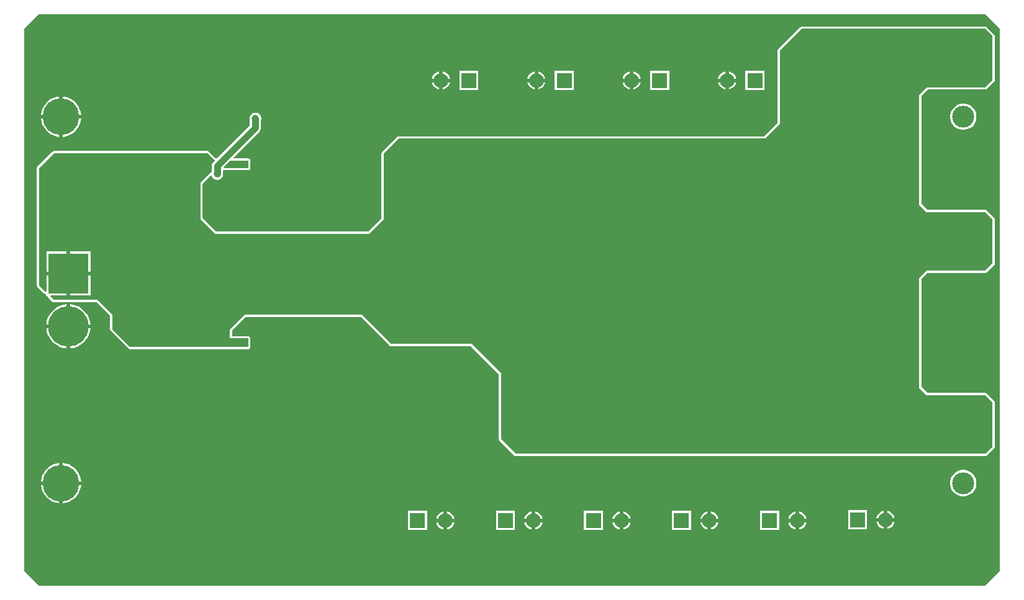
<source format=gbl>
G04*
G04 #@! TF.GenerationSoftware,Altium Limited,Altium Designer,21.8.1 (53)*
G04*
G04 Layer_Physical_Order=2*
G04 Layer_Color=16711680*
%FSLAX44Y44*%
%MOMM*%
G71*
G04*
G04 #@! TF.SameCoordinates,FEF93E2C-DD4C-44DC-82AE-5B634F70B55F*
G04*
G04*
G04 #@! TF.FilePolarity,Positive*
G04*
G01*
G75*
G04:AMPARAMS|DCode=27|XSize=7.5mm|YSize=7.5mm|CornerRadius=1.875mm|HoleSize=0mm|Usage=FLASHONLY|Rotation=90.000|XOffset=0mm|YOffset=0mm|HoleType=Round|Shape=RoundedRectangle|*
%AMROUNDEDRECTD27*
21,1,7.5000,3.7500,0,0,90.0*
21,1,3.7500,7.5000,0,0,90.0*
1,1,3.7500,1.8750,1.8750*
1,1,3.7500,1.8750,-1.8750*
1,1,3.7500,-1.8750,-1.8750*
1,1,3.7500,-1.8750,1.8750*
%
%ADD27ROUNDEDRECTD27*%
%ADD55C,0.9000*%
%ADD56R,2.0000X2.0000*%
%ADD57C,2.0000*%
%ADD58C,5.5160*%
%ADD59R,5.5160X5.5160*%
%ADD60C,5.0000*%
%ADD61C,3.0000*%
%ADD62C,1.0000*%
%ADD63C,1.5000*%
G36*
X1340000Y770000D02*
Y30000D01*
X1340000D01*
X1320000Y10000D01*
X30000D01*
X10000Y30000D01*
Y770000D01*
X30000Y790000D01*
X1320000D01*
X1340000Y770000D01*
D02*
G37*
%LPC*%
G36*
X1320000Y773059D02*
X1320000Y773059D01*
X1070000D01*
X1070000Y773059D01*
X1068829Y772826D01*
X1067837Y772163D01*
X1037837Y742163D01*
X1037174Y741171D01*
X1036941Y740000D01*
X1036941Y740000D01*
Y641267D01*
X1018733Y623059D01*
X520000D01*
X518829Y622826D01*
X517837Y622163D01*
X517837Y622163D01*
X497837Y602163D01*
X497174Y601171D01*
X496941Y600000D01*
X496941Y600000D01*
X496941Y511267D01*
X478733Y493059D01*
X271267D01*
X253059Y511267D01*
Y558733D01*
X264160Y569834D01*
X265386Y569505D01*
X265545Y568912D01*
X266598Y567088D01*
X268088Y565598D01*
X269912Y564545D01*
X271947Y564000D01*
X274053D01*
X276088Y564545D01*
X277912Y565598D01*
X279402Y567088D01*
X280455Y568912D01*
X281000Y570947D01*
Y573053D01*
X280565Y574678D01*
Y576101D01*
X280639Y576229D01*
X281835Y577045D01*
X282358Y576941D01*
X315000D01*
X316171Y577174D01*
X317163Y577837D01*
X317826Y578829D01*
X318059Y580000D01*
Y590000D01*
X317826Y591171D01*
X317163Y592163D01*
X316171Y592826D01*
X315000Y593059D01*
X295416D01*
X294930Y594232D01*
X330349Y629651D01*
X330349Y629651D01*
X331551Y631218D01*
X332307Y633042D01*
X332565Y635000D01*
X332565Y635000D01*
Y644822D01*
X333000Y646447D01*
Y648553D01*
X332455Y650588D01*
X331402Y652412D01*
X329912Y653902D01*
X328088Y654955D01*
X326053Y655500D01*
X323947D01*
X321912Y654955D01*
X320088Y653902D01*
X318598Y652412D01*
X317545Y650588D01*
X317000Y648553D01*
Y646447D01*
X317435Y644822D01*
Y638133D01*
X272712Y593410D01*
X270916Y593410D01*
X262163Y602163D01*
X261171Y602826D01*
X260000Y603059D01*
X260000Y603059D01*
X50000Y603059D01*
X48829Y602826D01*
X47837Y602163D01*
X47837Y602163D01*
X27837Y582163D01*
X27174Y581171D01*
X26941Y580000D01*
X26941Y580000D01*
X26941Y420000D01*
X27174Y418829D01*
X27837Y417837D01*
X27837Y417837D01*
X36544Y409130D01*
X37536Y408467D01*
X38707Y408234D01*
X39420Y407649D01*
Y405420D01*
X41082D01*
X42235Y404707D01*
X42382Y403963D01*
X42467Y403536D01*
X43130Y402544D01*
X47837Y397837D01*
X48829Y397174D01*
X50000Y396941D01*
X50000Y396941D01*
X108733Y396941D01*
X126941Y378733D01*
Y360000D01*
X127174Y358829D01*
X127837Y357837D01*
X127837Y357837D01*
X151837Y333837D01*
X151837Y333837D01*
X152829Y333174D01*
X154000Y332941D01*
X154000Y332941D01*
X315000Y332941D01*
X316171Y333174D01*
X317163Y333837D01*
X317826Y334829D01*
X318059Y336000D01*
Y347500D01*
X317826Y348671D01*
X317163Y349663D01*
X316171Y350326D01*
X315000Y350559D01*
X293059D01*
Y358733D01*
X311267Y376941D01*
X468733D01*
X487837Y357837D01*
X507837Y337837D01*
X508829Y337174D01*
X510000Y336941D01*
X510000Y336941D01*
X618733Y336941D01*
X656941Y298733D01*
Y210000D01*
X657174Y208829D01*
X657837Y207837D01*
X677837Y187837D01*
X678829Y187174D01*
X680000Y186941D01*
X680000Y186941D01*
X1270778D01*
X1271250Y186895D01*
X1308750D01*
X1309222Y186941D01*
X1320000D01*
X1321171Y187174D01*
X1322163Y187837D01*
X1322163Y187837D01*
X1332163Y197837D01*
X1332826Y198829D01*
X1333059Y200000D01*
X1333059Y200000D01*
Y260000D01*
X1332826Y261171D01*
X1332163Y262163D01*
X1332163Y262163D01*
X1322163Y272163D01*
X1321171Y272826D01*
X1320000Y273059D01*
X1320000Y273059D01*
X1241267D01*
X1233059Y281267D01*
Y428733D01*
X1241267Y436941D01*
X1270778D01*
X1271250Y436895D01*
X1308750D01*
X1309222Y436941D01*
X1320000D01*
X1320000Y436941D01*
X1321171Y437174D01*
X1322163Y437837D01*
X1332163Y447837D01*
X1332826Y448829D01*
X1333059Y450000D01*
X1333059Y450000D01*
Y510000D01*
X1332826Y511171D01*
X1332163Y512163D01*
X1332163Y512163D01*
X1322163Y522163D01*
X1321171Y522826D01*
X1320000Y523059D01*
X1320000Y523059D01*
X1241267D01*
X1233059Y531267D01*
Y678733D01*
X1241267Y686941D01*
X1270778D01*
X1271250Y686895D01*
X1308750D01*
X1309222Y686941D01*
X1320000D01*
X1321171Y687174D01*
X1322163Y687837D01*
X1322163Y687837D01*
X1332163Y697837D01*
X1332826Y698829D01*
X1333059Y700000D01*
X1333059Y700000D01*
Y760000D01*
X1332826Y761171D01*
X1332163Y762163D01*
X1332163Y762163D01*
X1322163Y772163D01*
X1321171Y772826D01*
X1320000Y773059D01*
D02*
G37*
G36*
X710490Y711802D02*
Y702040D01*
X720252D01*
X719635Y704340D01*
X717984Y707200D01*
X715650Y709535D01*
X712790Y711185D01*
X710490Y711802D01*
D02*
G37*
G36*
X970490Y711802D02*
Y702040D01*
X980252D01*
X979635Y704340D01*
X977984Y707200D01*
X975650Y709535D01*
X972790Y711185D01*
X970490Y711802D01*
D02*
G37*
G36*
X840490D02*
Y702040D01*
X850252D01*
X849635Y704340D01*
X847984Y707200D01*
X845650Y709535D01*
X842790Y711185D01*
X840490Y711802D01*
D02*
G37*
G36*
X580490D02*
Y702040D01*
X590252D01*
X589635Y704340D01*
X587985Y707200D01*
X585650Y709535D01*
X582790Y711185D01*
X580490Y711802D01*
D02*
G37*
G36*
X835410Y711802D02*
X833110Y711185D01*
X830250Y709535D01*
X827915Y707200D01*
X826265Y704340D01*
X825648Y702040D01*
X835410D01*
Y711802D01*
D02*
G37*
G36*
X575410D02*
X573110Y711185D01*
X570250Y709535D01*
X567915Y707200D01*
X566265Y704340D01*
X565648Y702040D01*
X575410D01*
Y711802D01*
D02*
G37*
G36*
X965410Y711802D02*
X963110Y711185D01*
X960250Y709535D01*
X957915Y707200D01*
X956265Y704340D01*
X955648Y702040D01*
X965410D01*
Y711802D01*
D02*
G37*
G36*
X705410D02*
X703110Y711185D01*
X700250Y709535D01*
X697915Y707200D01*
X696265Y704340D01*
X695648Y702040D01*
X705410D01*
Y711802D01*
D02*
G37*
G36*
X720252Y696960D02*
X710490D01*
Y687198D01*
X712790Y687815D01*
X715650Y689465D01*
X717984Y691800D01*
X719635Y694660D01*
X720252Y696960D01*
D02*
G37*
G36*
X835410D02*
X825648D01*
X826265Y694660D01*
X827915Y691800D01*
X830250Y689465D01*
X833110Y687815D01*
X835410Y687198D01*
Y696960D01*
D02*
G37*
G36*
X575410D02*
X565648D01*
X566265Y694660D01*
X567915Y691800D01*
X570250Y689465D01*
X573110Y687815D01*
X575410Y687198D01*
Y696960D01*
D02*
G37*
G36*
X980252D02*
X970490D01*
Y687198D01*
X972790Y687815D01*
X975650Y689465D01*
X977984Y691800D01*
X979635Y694660D01*
X980252Y696960D01*
D02*
G37*
G36*
X965410D02*
X955648D01*
X956265Y694660D01*
X957915Y691800D01*
X960250Y689465D01*
X963110Y687815D01*
X965410Y687198D01*
Y696960D01*
D02*
G37*
G36*
X850252D02*
X840490D01*
Y687198D01*
X842790Y687815D01*
X845650Y689465D01*
X847984Y691800D01*
X849635Y694660D01*
X850252Y696960D01*
D02*
G37*
G36*
X590252D02*
X580490D01*
Y687198D01*
X582790Y687815D01*
X585650Y689465D01*
X587985Y691800D01*
X589635Y694660D01*
X590252Y696960D01*
D02*
G37*
G36*
X705410D02*
X695648D01*
X696265Y694660D01*
X697915Y691800D01*
X700250Y689465D01*
X703110Y687815D01*
X705410Y687198D01*
Y696960D01*
D02*
G37*
G36*
X1019050Y712500D02*
X993050D01*
Y686500D01*
X1019050D01*
Y712500D01*
D02*
G37*
G36*
X889050D02*
X863050D01*
Y686500D01*
X889050D01*
Y712500D01*
D02*
G37*
G36*
X759050D02*
X733050D01*
Y686500D01*
X759050D01*
Y712500D01*
D02*
G37*
G36*
X629050D02*
X603050D01*
Y686500D01*
X629050D01*
Y712500D01*
D02*
G37*
G36*
X62540Y677481D02*
Y652540D01*
X87481D01*
X86862Y656449D01*
X85522Y660572D01*
X83554Y664434D01*
X81006Y667941D01*
X77941Y671006D01*
X74434Y673554D01*
X70572Y675522D01*
X66449Y676862D01*
X62540Y677481D01*
D02*
G37*
G36*
X57460D02*
X53551Y676862D01*
X49428Y675522D01*
X45566Y673554D01*
X42059Y671006D01*
X38994Y667941D01*
X36446Y664434D01*
X34478Y660572D01*
X33138Y656449D01*
X32519Y652540D01*
X57460D01*
Y677481D01*
D02*
G37*
G36*
X1291773Y668000D02*
X1288227D01*
X1284750Y667308D01*
X1281474Y665951D01*
X1278526Y663981D01*
X1276019Y661474D01*
X1274049Y658526D01*
X1272692Y655250D01*
X1272000Y651773D01*
Y648227D01*
X1272692Y644750D01*
X1274049Y641474D01*
X1276019Y638526D01*
X1278526Y636018D01*
X1281474Y634049D01*
X1284750Y632692D01*
X1288227Y632000D01*
X1291773D01*
X1295250Y632692D01*
X1298526Y634049D01*
X1301474Y636018D01*
X1303981Y638526D01*
X1305951Y641474D01*
X1307308Y644750D01*
X1308000Y648227D01*
Y651773D01*
X1307308Y655250D01*
X1305951Y658526D01*
X1303981Y661474D01*
X1301474Y663981D01*
X1298526Y665951D01*
X1295250Y667308D01*
X1291773Y668000D01*
D02*
G37*
G36*
X87481Y647460D02*
X62540D01*
Y622519D01*
X66449Y623138D01*
X70572Y624478D01*
X74434Y626446D01*
X77941Y628994D01*
X81006Y632059D01*
X83554Y635566D01*
X85522Y639428D01*
X86862Y643551D01*
X87481Y647460D01*
D02*
G37*
G36*
X57460D02*
X32519D01*
X33138Y643551D01*
X34478Y639428D01*
X36446Y635566D01*
X38994Y632059D01*
X42059Y628994D01*
X45566Y626446D01*
X49428Y624478D01*
X53551Y623138D01*
X57460Y622519D01*
Y647460D01*
D02*
G37*
G36*
X72540Y394093D02*
Y366540D01*
X100093D01*
X99378Y371053D01*
X97913Y375562D01*
X95761Y379786D01*
X92974Y383622D01*
X89622Y386974D01*
X85786Y389761D01*
X81562Y391913D01*
X77053Y393378D01*
X72540Y394093D01*
D02*
G37*
G36*
X67460D02*
X62947Y393378D01*
X58438Y391913D01*
X54214Y389761D01*
X50378Y386974D01*
X47026Y383622D01*
X44239Y379786D01*
X42087Y375562D01*
X40622Y371053D01*
X39907Y366540D01*
X67460D01*
Y394093D01*
D02*
G37*
G36*
X100093Y361460D02*
X72540D01*
Y333907D01*
X77053Y334622D01*
X81562Y336087D01*
X85786Y338239D01*
X89622Y341026D01*
X92974Y344378D01*
X95761Y348214D01*
X97913Y352438D01*
X99378Y356947D01*
X100093Y361460D01*
D02*
G37*
G36*
X67460D02*
X39907D01*
X40622Y356947D01*
X42087Y352438D01*
X44239Y348214D01*
X47026Y344378D01*
X50378Y341026D01*
X54214Y338239D01*
X58438Y336087D01*
X62947Y334622D01*
X67460Y333907D01*
Y361460D01*
D02*
G37*
G36*
X62540Y177481D02*
Y152540D01*
X87481D01*
X86862Y156449D01*
X85522Y160572D01*
X83554Y164434D01*
X81006Y167941D01*
X77941Y171006D01*
X74434Y173554D01*
X70572Y175522D01*
X66449Y176862D01*
X62540Y177481D01*
D02*
G37*
G36*
X57460D02*
X53551Y176862D01*
X49428Y175522D01*
X45566Y173554D01*
X42059Y171006D01*
X38994Y167941D01*
X36446Y164434D01*
X34478Y160572D01*
X33138Y156449D01*
X32519Y152540D01*
X57460D01*
Y177481D01*
D02*
G37*
G36*
X1291773Y168000D02*
X1288227D01*
X1284750Y167308D01*
X1281474Y165951D01*
X1278526Y163981D01*
X1276019Y161474D01*
X1274049Y158526D01*
X1272692Y155250D01*
X1272000Y151773D01*
Y148227D01*
X1272692Y144750D01*
X1274049Y141474D01*
X1276019Y138526D01*
X1278526Y136018D01*
X1281474Y134049D01*
X1284750Y132692D01*
X1288227Y132000D01*
X1291773D01*
X1295250Y132692D01*
X1298526Y134049D01*
X1301474Y136018D01*
X1303981Y138526D01*
X1305951Y141474D01*
X1307308Y144750D01*
X1308000Y148227D01*
Y151773D01*
X1307308Y155250D01*
X1305951Y158526D01*
X1303981Y161474D01*
X1301474Y163981D01*
X1298526Y165951D01*
X1295250Y167308D01*
X1291773Y168000D01*
D02*
G37*
G36*
X87481Y147460D02*
X62540D01*
Y122519D01*
X66449Y123138D01*
X70572Y124478D01*
X74434Y126446D01*
X77941Y128994D01*
X81006Y132059D01*
X83554Y135566D01*
X85522Y139428D01*
X86862Y143551D01*
X87481Y147460D01*
D02*
G37*
G36*
X57460D02*
X32519D01*
X33138Y143551D01*
X34478Y139428D01*
X36446Y135566D01*
X38994Y132059D01*
X42059Y128994D01*
X45566Y126446D01*
X49428Y124478D01*
X53551Y123138D01*
X57460Y122519D01*
Y147460D01*
D02*
G37*
G36*
X1186590Y112302D02*
Y102540D01*
X1196352D01*
X1195735Y104840D01*
X1194084Y107700D01*
X1191750Y110035D01*
X1188890Y111685D01*
X1186590Y112302D01*
D02*
G37*
G36*
X1181510D02*
X1179210Y111685D01*
X1176350Y110035D01*
X1174016Y107700D01*
X1172365Y104840D01*
X1171748Y102540D01*
X1181510D01*
Y112302D01*
D02*
G37*
G36*
X1066590Y111302D02*
Y101540D01*
X1076352D01*
X1075735Y103840D01*
X1074084Y106700D01*
X1071750Y109035D01*
X1068890Y110685D01*
X1066590Y111302D01*
D02*
G37*
G36*
X1061510D02*
X1059210Y110685D01*
X1056350Y109035D01*
X1054016Y106700D01*
X1052365Y103840D01*
X1051748Y101540D01*
X1061510D01*
Y111302D01*
D02*
G37*
G36*
X946590D02*
Y101540D01*
X956352D01*
X955735Y103840D01*
X954084Y106700D01*
X951750Y109035D01*
X948890Y110685D01*
X946590Y111302D01*
D02*
G37*
G36*
X941510D02*
X939210Y110685D01*
X936350Y109035D01*
X934016Y106700D01*
X932365Y103840D01*
X931748Y101540D01*
X941510D01*
Y111302D01*
D02*
G37*
G36*
X826590D02*
Y101540D01*
X836352D01*
X835735Y103840D01*
X834084Y106700D01*
X831750Y109035D01*
X828890Y110685D01*
X826590Y111302D01*
D02*
G37*
G36*
X821510D02*
X819210Y110685D01*
X816350Y109035D01*
X814016Y106700D01*
X812365Y103840D01*
X811748Y101540D01*
X821510D01*
Y111302D01*
D02*
G37*
G36*
X706590D02*
Y101540D01*
X716352D01*
X715735Y103840D01*
X714084Y106700D01*
X711750Y109035D01*
X708890Y110685D01*
X706590Y111302D01*
D02*
G37*
G36*
X701510D02*
X699210Y110685D01*
X696350Y109035D01*
X694016Y106700D01*
X692365Y103840D01*
X691748Y101540D01*
X701510D01*
Y111302D01*
D02*
G37*
G36*
X586590D02*
Y101540D01*
X596352D01*
X595735Y103840D01*
X594085Y106700D01*
X591750Y109035D01*
X588890Y110685D01*
X586590Y111302D01*
D02*
G37*
G36*
X581510D02*
X579210Y110685D01*
X576350Y109035D01*
X574016Y106700D01*
X572365Y103840D01*
X571748Y101540D01*
X581510D01*
Y111302D01*
D02*
G37*
G36*
X1196352Y97460D02*
X1186590D01*
Y87698D01*
X1188890Y88315D01*
X1191750Y89965D01*
X1194084Y92300D01*
X1195735Y95160D01*
X1196352Y97460D01*
D02*
G37*
G36*
X1181510D02*
X1171748D01*
X1172365Y95160D01*
X1174016Y92300D01*
X1176350Y89965D01*
X1179210Y88315D01*
X1181510Y87698D01*
Y97460D01*
D02*
G37*
G36*
X1158950Y113000D02*
X1132950D01*
Y87000D01*
X1158950D01*
Y113000D01*
D02*
G37*
G36*
X836352Y96460D02*
X826590D01*
Y86698D01*
X828890Y87315D01*
X831750Y88966D01*
X834084Y91300D01*
X835735Y94160D01*
X836352Y96460D01*
D02*
G37*
G36*
X821510D02*
X811748D01*
X812365Y94160D01*
X814016Y91300D01*
X816350Y88966D01*
X819210Y87315D01*
X821510Y86698D01*
Y96460D01*
D02*
G37*
G36*
X716352D02*
X706590D01*
Y86698D01*
X708890Y87315D01*
X711750Y88966D01*
X714084Y91300D01*
X715735Y94160D01*
X716352Y96460D01*
D02*
G37*
G36*
X701510D02*
X691748D01*
X692365Y94160D01*
X694016Y91300D01*
X696350Y88966D01*
X699210Y87315D01*
X701510Y86698D01*
Y96460D01*
D02*
G37*
G36*
X596352D02*
X586590D01*
Y86698D01*
X588890Y87315D01*
X591750Y88966D01*
X594085Y91300D01*
X595735Y94160D01*
X596352Y96460D01*
D02*
G37*
G36*
X581510D02*
X571748D01*
X572365Y94160D01*
X574016Y91300D01*
X576350Y88966D01*
X579210Y87315D01*
X581510Y86698D01*
Y96460D01*
D02*
G37*
G36*
X1076352D02*
X1066590D01*
Y86698D01*
X1068890Y87315D01*
X1071750Y88966D01*
X1074084Y91300D01*
X1075735Y94160D01*
X1076352Y96460D01*
D02*
G37*
G36*
X1061510D02*
X1051748D01*
X1052365Y94160D01*
X1054016Y91300D01*
X1056350Y88966D01*
X1059210Y87315D01*
X1061510Y86698D01*
Y96460D01*
D02*
G37*
G36*
X956352D02*
X946590D01*
Y86698D01*
X948890Y87315D01*
X951750Y88966D01*
X954084Y91300D01*
X955735Y94160D01*
X956352Y96460D01*
D02*
G37*
G36*
X941510D02*
X931748D01*
X932365Y94160D01*
X934016Y91300D01*
X936350Y88966D01*
X939210Y87315D01*
X941510Y86698D01*
Y96460D01*
D02*
G37*
G36*
X1038950Y112000D02*
X1012950D01*
Y86000D01*
X1038950D01*
Y112000D01*
D02*
G37*
G36*
X918950D02*
X892950D01*
Y86000D01*
X918950D01*
Y112000D01*
D02*
G37*
G36*
X798950D02*
X772950D01*
Y86000D01*
X798950D01*
Y112000D01*
D02*
G37*
G36*
X678950D02*
X652950D01*
Y86000D01*
X678950D01*
Y112000D01*
D02*
G37*
G36*
X558950D02*
X532950D01*
Y86000D01*
X558950D01*
Y112000D01*
D02*
G37*
%LPD*%
G36*
X315000Y580000D02*
X282358D01*
X281871Y581173D01*
X290698Y590000D01*
X315000D01*
Y580000D01*
D02*
G37*
G36*
X1330000Y760000D02*
Y700000D01*
X1320000Y690000D01*
X1240000D01*
X1230000Y680000D01*
Y530000D01*
X1240000Y520000D01*
X1320000D01*
X1330000Y510000D01*
Y450000D01*
X1320000Y440000D01*
X1240000D01*
X1230000Y430000D01*
Y280000D01*
X1240000Y270000D01*
X1320000D01*
X1330000Y260000D01*
Y200000D01*
X1320000Y190000D01*
X680000D01*
X660000Y210000D01*
Y300000D01*
X620000Y340000D01*
X510000Y340000D01*
X490000Y360000D01*
X470000Y380000D01*
X310000D01*
X290000Y360000D01*
Y347500D01*
X315000D01*
Y336000D01*
X154000Y336000D01*
X130000Y360000D01*
Y380000D01*
X110000Y400000D01*
X50000Y400000D01*
X45293Y404707D01*
X45779Y405880D01*
X67460D01*
Y433460D01*
X39880D01*
Y411779D01*
X38707Y411293D01*
X30000Y420000D01*
X30000Y580000D01*
X50000Y600000D01*
X260000Y600000D01*
X269651Y590349D01*
X267651Y588349D01*
X266449Y586782D01*
X265693Y584958D01*
X265435Y583000D01*
Y575435D01*
X250000Y560000D01*
Y510000D01*
X270000Y490000D01*
X480000D01*
X500000Y510000D01*
X500000Y600000D01*
X520000Y620000D01*
X1020000D01*
X1040000Y640000D01*
Y740000D01*
X1070000Y770000D01*
X1320000D01*
X1330000Y760000D01*
D02*
G37*
%LPC*%
G36*
X100120Y466120D02*
X72540D01*
Y438540D01*
X100120D01*
Y466120D01*
D02*
G37*
G36*
X67460D02*
X39880D01*
Y438540D01*
X67460D01*
Y466120D01*
D02*
G37*
G36*
X100120Y433460D02*
X72540D01*
Y405880D01*
X100120D01*
Y433460D01*
D02*
G37*
%LPD*%
D27*
X1290000Y577500D02*
D03*
Y727500D02*
D03*
Y327500D02*
D03*
Y477500D02*
D03*
Y77500D02*
D03*
Y227500D02*
D03*
D55*
X273000Y572000D02*
Y583000D01*
X325000Y635000D02*
Y647229D01*
X273000Y583000D02*
X325000Y635000D01*
D56*
X616050Y699500D02*
D03*
X746050D02*
D03*
X876050D02*
D03*
X1006050D02*
D03*
X545950Y99000D02*
D03*
X665950D02*
D03*
X785950D02*
D03*
X905950D02*
D03*
X1025950D02*
D03*
X1145950Y100000D02*
D03*
D57*
X577950Y699500D02*
D03*
X707950D02*
D03*
X837950D02*
D03*
X967950D02*
D03*
X584050Y99000D02*
D03*
X704050D02*
D03*
X824050D02*
D03*
X944050D02*
D03*
X1064050D02*
D03*
X1184050Y100000D02*
D03*
D58*
X70000Y364000D02*
D03*
D59*
Y436000D02*
D03*
D60*
X60000Y150000D02*
D03*
Y650000D02*
D03*
D61*
X1290000D02*
D03*
Y150000D02*
D03*
D62*
X1265000Y552500D02*
D03*
Y602500D02*
D03*
Y577500D02*
D03*
X1290000Y602500D02*
D03*
X1315000D02*
D03*
X1290000Y552500D02*
D03*
X1315000D02*
D03*
Y577500D02*
D03*
X1290000D02*
D03*
Y727500D02*
D03*
X1315000Y752500D02*
D03*
Y727500D02*
D03*
Y702500D02*
D03*
X1290000Y752500D02*
D03*
Y702500D02*
D03*
X1265000D02*
D03*
Y727500D02*
D03*
Y752500D02*
D03*
Y302500D02*
D03*
Y352500D02*
D03*
Y327500D02*
D03*
X1290000Y352500D02*
D03*
X1315000D02*
D03*
X1290000Y302500D02*
D03*
X1315000D02*
D03*
Y327500D02*
D03*
X1290000D02*
D03*
Y477500D02*
D03*
X1315000Y502500D02*
D03*
Y477500D02*
D03*
Y452500D02*
D03*
X1290000Y502500D02*
D03*
Y452500D02*
D03*
X1265000D02*
D03*
Y477500D02*
D03*
Y502500D02*
D03*
Y52500D02*
D03*
Y102500D02*
D03*
Y77500D02*
D03*
X1290000Y102500D02*
D03*
X1315000D02*
D03*
X1290000Y52500D02*
D03*
X1315000D02*
D03*
Y77500D02*
D03*
X1290000D02*
D03*
Y227500D02*
D03*
X1315000Y252500D02*
D03*
Y227500D02*
D03*
Y202500D02*
D03*
X1290000Y252500D02*
D03*
Y202500D02*
D03*
X1265000D02*
D03*
Y227500D02*
D03*
Y252500D02*
D03*
X325000Y647500D02*
D03*
X273000Y572000D02*
D03*
D63*
X45000Y280000D02*
D03*
Y40000D02*
D03*
X225000D02*
D03*
X165000D02*
D03*
X105000D02*
D03*
X955000Y760000D02*
D03*
X630000D02*
D03*
X40000D02*
D03*
X1305000Y400000D02*
D03*
X1245000Y640000D02*
D03*
Y400000D02*
D03*
Y160000D02*
D03*
X1215000Y100000D02*
D03*
X1185000Y160000D02*
D03*
X1125000D02*
D03*
X1095000Y100000D02*
D03*
X1065000Y160000D02*
D03*
X1005000Y760000D02*
D03*
Y160000D02*
D03*
X975000Y100000D02*
D03*
X915000Y700000D02*
D03*
X945000Y160000D02*
D03*
X885000Y760000D02*
D03*
Y160000D02*
D03*
X855000Y100000D02*
D03*
X825000Y760000D02*
D03*
X795000Y700000D02*
D03*
X825000Y160000D02*
D03*
X765000Y760000D02*
D03*
Y160000D02*
D03*
X735000Y100000D02*
D03*
X705000Y760000D02*
D03*
X675000Y700000D02*
D03*
X705000Y160000D02*
D03*
X645000Y280000D02*
D03*
X615000Y220000D02*
D03*
X645000Y160000D02*
D03*
X615000Y100000D02*
D03*
X585000Y760000D02*
D03*
X525000Y280000D02*
D03*
X345000Y760000D02*
D03*
X165000D02*
D03*
X135000Y220000D02*
D03*
X165000Y160000D02*
D03*
X135000Y100000D02*
D03*
X75000Y700000D02*
D03*
X105000Y640000D02*
D03*
Y280000D02*
D03*
X75000Y220000D02*
D03*
X105000Y160000D02*
D03*
X75000Y100000D02*
D03*
X100000Y500000D02*
D03*
Y575000D02*
D03*
X175000Y425000D02*
D03*
Y500000D02*
D03*
X250000Y400000D02*
D03*
Y475000D02*
D03*
X325000Y400000D02*
D03*
Y475000D02*
D03*
X400000Y400000D02*
D03*
Y475000D02*
D03*
X475000Y400000D02*
D03*
Y475000D02*
D03*
X550000Y600000D02*
D03*
Y375000D02*
D03*
Y450000D02*
D03*
X675000Y300000D02*
D03*
Y225000D02*
D03*
X750000D02*
D03*
Y300000D02*
D03*
Y450000D02*
D03*
Y525000D02*
D03*
Y600000D02*
D03*
X825000D02*
D03*
Y525000D02*
D03*
Y450000D02*
D03*
Y375000D02*
D03*
Y300000D02*
D03*
Y225000D02*
D03*
X900000D02*
D03*
X975000D02*
D03*
Y375000D02*
D03*
X1050000Y675000D02*
D03*
Y600000D02*
D03*
Y450000D02*
D03*
Y375000D02*
D03*
Y225000D02*
D03*
X1125000D02*
D03*
Y375000D02*
D03*
Y450000D02*
D03*
Y525000D02*
D03*
Y600000D02*
D03*
Y675000D02*
D03*
Y750000D02*
D03*
X1200000Y225000D02*
D03*
Y300000D02*
D03*
Y375000D02*
D03*
Y450000D02*
D03*
Y525000D02*
D03*
Y600000D02*
D03*
Y675000D02*
D03*
Y750000D02*
D03*
X200000Y385000D02*
D03*
X150000D02*
D03*
X200000Y355000D02*
D03*
X150000D02*
D03*
X155000Y550000D02*
D03*
X200000D02*
D03*
Y585000D02*
D03*
X155000D02*
D03*
X502000Y752000D02*
D03*
X452000D02*
D03*
X565000Y270000D02*
D03*
X615000D02*
D03*
Y295000D02*
D03*
Y320000D02*
D03*
X565000D02*
D03*
Y295000D02*
D03*
X269000Y549000D02*
D03*
X460000Y270000D02*
D03*
Y295000D02*
D03*
Y320000D02*
D03*
Y345000D02*
D03*
X330000Y307500D02*
D03*
X470000Y590000D02*
D03*
Y570000D02*
D03*
Y530000D02*
D03*
Y510000D02*
D03*
Y550000D02*
D03*
Y610000D02*
D03*
X117000Y697000D02*
D03*
X177000Y674500D02*
D03*
X152000Y662000D02*
D03*
X202000D02*
D03*
X237000Y629500D02*
D03*
X452000Y774500D02*
D03*
X117000Y742000D02*
D03*
X502000Y774500D02*
D03*
X237500Y121500D02*
D03*
X192500D02*
D03*
X215000D02*
D03*
X197500Y275000D02*
D03*
X152500D02*
D03*
X175000Y260000D02*
D03*
M02*

</source>
